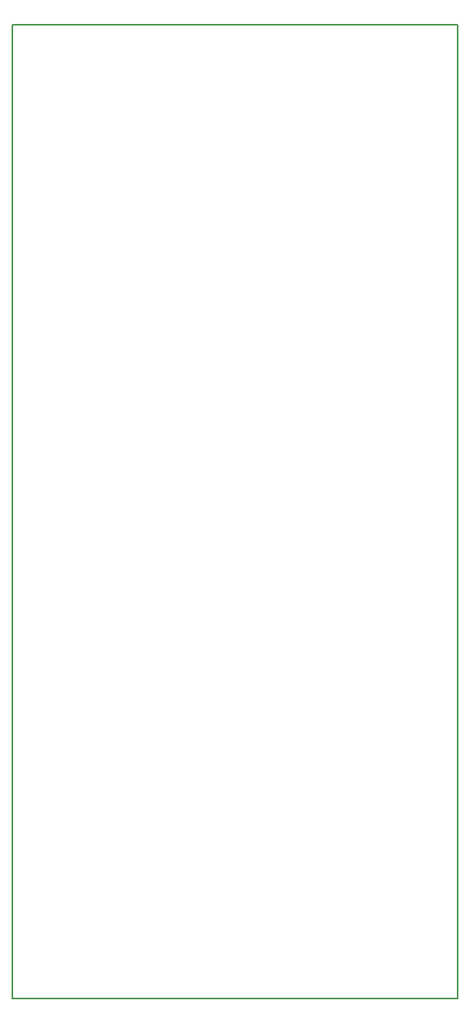
<source format=gbr>
%TF.GenerationSoftware,KiCad,Pcbnew,(6.0.11-0)*%
%TF.CreationDate,2023-05-29T14:14:04+02:00*%
%TF.ProjectId,warps,77617270-732e-46b6-9963-61645f706362,rev?*%
%TF.SameCoordinates,Original*%
%TF.FileFunction,Profile,NP*%
%FSLAX46Y46*%
G04 Gerber Fmt 4.6, Leading zero omitted, Abs format (unit mm)*
G04 Created by KiCad (PCBNEW (6.0.11-0)) date 2023-05-29 14:14:04*
%MOMM*%
%LPD*%
G01*
G04 APERTURE LIST*
%TA.AperFunction,Profile*%
%ADD10C,0.203200*%
%TD*%
G04 APERTURE END LIST*
D10*
X172948600Y-158343600D02*
X172948600Y-51663600D01*
X124053600Y-51663600D02*
X124053600Y-158343600D01*
X124053600Y-158343600D02*
X172948600Y-158343600D01*
X172948600Y-51663600D02*
X124053600Y-51663600D01*
M02*

</source>
